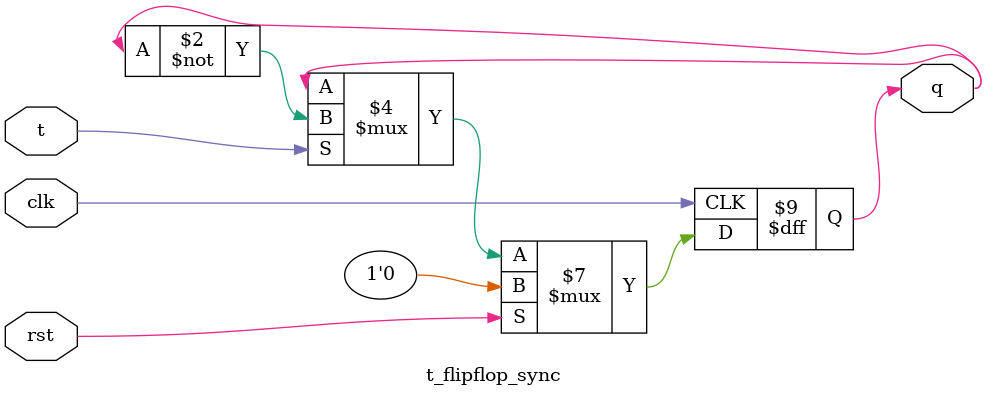
<source format=v>

/* Test Sonuçları:
   Time=5   rst=1 t=0 q=0  // Reset aktif, çıkış 0
   Time=15  rst=1 t=0 q=0  // Reset devam ediyor
   Time=25  rst=0 t=0 q=0  // Reset kalktı, T=0 olduğu için değişim yok
   Time=35  rst=0 t=1 q=0  // T=1 oldu, bir sonraki saat darbesinde değişecek
   Time=45  rst=0 t=1 q=1  // Çıkış 0'dan 1'e değişti
   Time=55  rst=0 t=0 q=0  // T=0, değişim yok
   Time=65  rst=0 t=0 q=0  // T=0 devam ediyor
   Time=75  rst=1 t=1 q=0  // Reset aktif oldu
   Time=85  rst=1 t=1 q=0  // Reset devam ediyor
   Time=95  rst=0 t=1 q=0  // Reset kalktı
   Time=105 rst=0 t=1 q=1  // Normal toggle işlemi
   Time=115 rst=0 t=0 q=0  // T=0, değişim yok
   Time=125 rst=0 t=1 q=0  // T=1, toggle başlıyor
   Time=135 rst=0 t=1 q=1  // Çıkış 1'de kaldı
   Time=145 rst=0 t=0 q=0  // T=0, çıkış 0'a döndü
*/

module t_flipflop_sync (
    input wire clk,      // Saat girişi
    input wire rst,      // Senkron reset (aktif yüksek)
    input wire t,        // Toggle girişi
    output reg q         // Çıkış
);

// Başlangıç değeri
initial begin
    q = 0;
end

// T Flip-Flop davranışı (senkron reset)
always @(posedge clk) begin    // Sadece saat kenarında kontrol
    if (rst) begin
        q <= 1'b0;            // Reset sadece saat kenarında
    end else if (t) begin
        q <= ~q;              // Toggle işlemi
    end
    // T=0 iken mevcut durumu koru
end

endmodule


</source>
